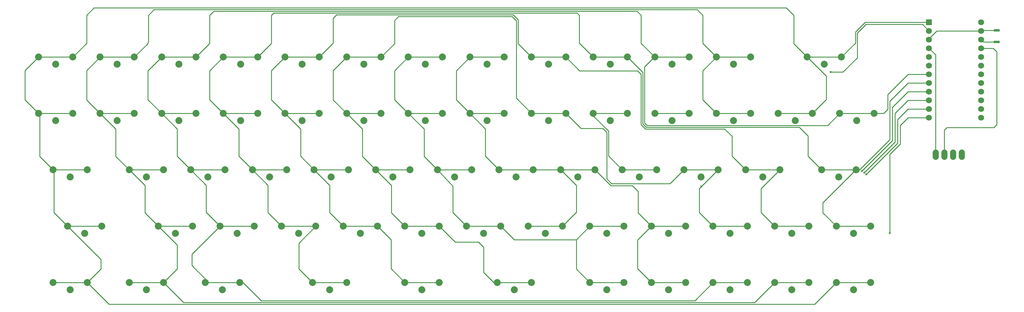
<source format=gtl>
G04 Layer: TopLayer*
G04 EasyEDA v6.5.1, 2022-08-22 11:36:35*
G04 479a10040a424d6084b7507f6101f796,d603b60474844c32a05bd641800ef4e1,10*
G04 Gerber Generator version 0.2*
G04 Scale: 100 percent, Rotated: No, Reflected: No *
G04 Dimensions in millimeters *
G04 leading zeros omitted , absolute positions ,4 integer and 5 decimal *
%FSLAX45Y45*%
%MOMM*%

%ADD10C,0.2540*%
%ADD11C,0.6100*%
%ADD12C,0.6096*%
%ADD13R,1.7000X0.8000*%
%ADD14C,2.0320*%
%ADD15C,1.7526*%
%ADD16R,1.7526X1.7526*%
%ADD17C,1.7780*%

%LPD*%
D10*
X24434800Y8280400D02*
G01*
X24790400Y8280400D01*
X25209500Y8699500D01*
X25209500Y9423400D01*
X25463500Y9677400D01*
X27114500Y9677400D01*
X27305000Y9486900D01*
X1724990Y5419979D02*
G01*
X1333500Y5811469D01*
X1333500Y7036460D01*
X1299997Y7069962D01*
X3099993Y7069962D02*
G01*
X3556000Y6616700D01*
X3556000Y5813958D01*
X3949979Y5419979D01*
X4899990Y7069962D02*
G01*
X5346700Y6616700D01*
X5346700Y5823280D01*
X5750001Y5419979D01*
X6699986Y7069962D02*
G01*
X7150100Y6616700D01*
X7150100Y5819876D01*
X7549997Y5419979D01*
X8499983Y7069962D02*
G01*
X8953500Y6616700D01*
X8953500Y5816472D01*
X9349993Y5419979D01*
X10299979Y7069962D02*
G01*
X10756900Y6616700D01*
X10756900Y5813044D01*
X11150091Y5420105D01*
X12099975Y7069962D02*
G01*
X12560300Y6616700D01*
X12560300Y5809742D01*
X12949936Y5420105D01*
X13899972Y7069962D02*
G01*
X14351000Y6616700D01*
X14351000Y5818962D01*
X14749983Y5419979D01*
X2149983Y3769969D02*
G01*
X1752600Y4167352D01*
X1752600Y5392369D01*
X1724990Y5419979D01*
X2724988Y5419979D02*
G01*
X1724990Y5419979D01*
X3949979Y5419979D02*
G01*
X4406900Y4965700D01*
X4406900Y4163060D01*
X4799990Y3769969D01*
X5750001Y5419979D02*
G01*
X6197600Y4965700D01*
X6197600Y4172457D01*
X6599936Y3769868D01*
X7549997Y5419979D02*
G01*
X8001000Y4965700D01*
X8001000Y4168952D01*
X8399983Y3769969D01*
X11150091Y5420105D02*
G01*
X11607800Y4965700D01*
X11607800Y4162044D01*
X11999975Y3769868D01*
X9349993Y5420105D02*
G01*
X9804400Y4965700D01*
X9804400Y4165600D01*
X10199877Y3769868D01*
X12949936Y5420105D02*
G01*
X13398500Y4936489D01*
X13398500Y4171442D01*
X13800074Y3769868D01*
X22800056Y2119884D02*
G01*
X22216872Y1536700D01*
X5533390Y1536700D01*
X4949952Y2119884D01*
X24599900Y2119884D02*
G01*
X23965916Y1485900D01*
X3359150Y1485900D01*
X2724911Y2119884D01*
X16549966Y5419979D02*
G01*
X17549964Y5419979D01*
X22949966Y5419979D02*
G01*
X22402800Y4872812D01*
X22402800Y4167123D01*
X22799954Y3769969D01*
X18399963Y2119985D02*
G01*
X17399965Y2119985D01*
X17400016Y3769868D02*
G01*
X17005300Y3375405D01*
X17005300Y2514600D01*
X17400016Y2119884D01*
X14799970Y3769969D02*
G01*
X15194534Y3375405D01*
X17005300Y3375405D01*
X5899911Y8720074D02*
G01*
X6299200Y9119108D01*
X6299200Y9944100D01*
X6413500Y10058400D01*
X18783300Y10058400D01*
X18897600Y9944100D01*
X18897600Y9122410D01*
X19299936Y8720074D01*
X24174950Y5419979D02*
G01*
X25174950Y5419979D01*
X27292300Y9245600D02*
G01*
X27533600Y9486900D01*
X28829000Y9486900D01*
X24749968Y8719969D02*
G01*
X25158700Y9128706D01*
X25158700Y9461500D01*
X25438100Y9740900D01*
X27305000Y9740900D01*
X11299952Y8720074D02*
G01*
X11696700Y9116821D01*
X11696700Y9791700D01*
X11811000Y9906000D01*
X15125700Y9906000D01*
X15252700Y9779000D01*
X15252700Y7517129D01*
X15699993Y7069836D01*
X21099957Y8719972D02*
G01*
X20701000Y8321014D01*
X20701000Y7468920D01*
X21099957Y7069962D01*
X23750016Y8720074D02*
G01*
X24307800Y8162036D01*
X24307800Y7477760D01*
X23899875Y7069836D01*
X9499981Y8719972D02*
G01*
X9906000Y9125991D01*
X9906000Y9855200D01*
X10007600Y9956800D01*
X15163800Y9956800D01*
X15303500Y9817100D01*
X15303500Y9116440D01*
X15699968Y8719972D01*
X7700009Y8720074D02*
G01*
X8102600Y9122663D01*
X8102600Y9944100D01*
X8166100Y10007600D01*
X17030700Y10007600D01*
X17094200Y9944100D01*
X17094200Y9125712D01*
X17500091Y8720074D01*
X4100068Y8720074D02*
G01*
X4495800Y9115805D01*
X4495800Y9144000D01*
X4508500Y9156700D01*
X4508500Y9944100D01*
X4673600Y10109200D01*
X20535900Y10109200D01*
X20701000Y9944100D01*
X20701000Y9118854D01*
X21100034Y8720074D01*
X2299970Y8720074D02*
G01*
X2705100Y9125204D01*
X2705100Y9944100D01*
X2921000Y10160000D01*
X23139400Y10160000D01*
X23355300Y9944100D01*
X23355300Y9114536D01*
X23750016Y8720074D01*
X21150072Y5420105D02*
G01*
X20660578Y4930612D01*
X20660578Y4930612D02*
G01*
X20599400Y4869434D01*
X20599400Y4170426D01*
X20999958Y3769868D01*
X19199859Y3769868D02*
G01*
X18796000Y3366007D01*
X18796000Y2523997D01*
X19199859Y2119884D01*
X16549877Y5420105D02*
G01*
X17005300Y4964684D01*
X17005300Y4175252D01*
X16599916Y3769868D01*
X15749981Y5419979D02*
G01*
X16549979Y5419979D01*
X13899972Y8719972D02*
G01*
X13500100Y8320100D01*
X13500100Y7469835D01*
X13899972Y7069962D01*
X12099975Y8719972D02*
G01*
X11696700Y8316696D01*
X11696700Y7473238D01*
X12099975Y7069962D01*
X10299979Y8719972D02*
G01*
X9906000Y8325993D01*
X9906000Y7463942D01*
X10299979Y7069962D01*
X11199977Y3769969D02*
G01*
X11595100Y3374847D01*
X11595100Y2524861D01*
X11999975Y2119985D01*
X8499983Y8719972D02*
G01*
X8102600Y8322589D01*
X8102600Y7467345D01*
X8499983Y7069962D01*
X9400031Y3769868D02*
G01*
X8902700Y3272789D01*
X8902700Y2517139D01*
X9299956Y2119884D01*
X6699986Y8719972D02*
G01*
X6299200Y8319185D01*
X6299200Y7470749D01*
X6699986Y7069962D01*
X4899990Y8719972D02*
G01*
X4495800Y8315782D01*
X4495800Y7474153D01*
X4899990Y7069962D01*
X4799990Y3769969D02*
G01*
X5346700Y3223260D01*
X5346700Y2516682D01*
X4950002Y2119985D01*
X3099993Y8719972D02*
G01*
X2705100Y8325078D01*
X2705100Y7464856D01*
X3099993Y7069962D01*
X1299997Y8719972D02*
G01*
X901700Y8321675D01*
X901700Y7468260D01*
X1299997Y7069962D01*
X11149977Y5419979D02*
G01*
X12149975Y5419979D01*
X4949990Y2119985D02*
G01*
X3949992Y2119985D01*
X24599950Y3769982D02*
G01*
X25599948Y3769982D01*
X24599950Y2119985D02*
G01*
X25599948Y2119985D01*
X22799954Y3769982D02*
G01*
X23799952Y3769982D01*
X19299961Y7069975D02*
G01*
X20299959Y7069975D01*
X17499965Y7069975D02*
G01*
X18499963Y7069975D01*
X15699968Y7069975D02*
G01*
X16699966Y7069975D01*
X13899972Y7069975D02*
G01*
X14899970Y7069975D01*
X21099957Y7069975D02*
G01*
X22099955Y7069975D01*
X18349963Y5419979D02*
G01*
X19349961Y5419979D01*
X20149959Y5419979D02*
G01*
X21149957Y5419979D01*
X21949956Y5419979D02*
G01*
X22949954Y5419979D01*
X9349981Y5419979D02*
G01*
X10349979Y5419979D01*
X12949974Y5419979D02*
G01*
X13949972Y5419979D01*
X14749970Y5419979D02*
G01*
X15749968Y5419979D01*
X12099975Y7069975D02*
G01*
X13099973Y7069975D01*
X10299979Y7069975D02*
G01*
X11299977Y7069975D01*
X8499983Y7069975D02*
G01*
X9499981Y7069975D01*
X6699986Y7069975D02*
G01*
X7699984Y7069975D01*
X4899990Y7069975D02*
G01*
X5899988Y7069975D01*
X3099993Y7069975D02*
G01*
X4099991Y7069975D01*
X1299997Y7069975D02*
G01*
X2299995Y7069975D01*
X1724997Y5419979D02*
G01*
X2724995Y5419979D01*
X3949992Y5419979D02*
G01*
X4949990Y5419979D01*
X5749988Y5419979D02*
G01*
X6749986Y5419979D01*
X7549984Y5419979D02*
G01*
X8549982Y5419979D01*
X23749952Y8719972D02*
G01*
X24749950Y8719972D01*
X24699950Y7069975D02*
G01*
X25699948Y7069975D01*
X22899954Y7069975D02*
G01*
X23899952Y7069975D01*
X15699968Y8719972D02*
G01*
X16699966Y8719972D01*
X17499965Y8719972D02*
G01*
X18499963Y8719972D01*
X19299961Y8719972D02*
G01*
X20299959Y8719972D01*
X21099957Y8719972D02*
G01*
X22099955Y8719972D01*
X8499983Y8719972D02*
G01*
X9499981Y8719972D01*
X10299979Y8719972D02*
G01*
X11299977Y8719972D01*
X12099975Y8719972D02*
G01*
X13099973Y8719972D01*
X13899972Y8719972D02*
G01*
X14899970Y8719972D01*
X1299997Y8719972D02*
G01*
X2299995Y8719972D01*
X3099993Y8719972D02*
G01*
X4099991Y8719972D01*
X4899990Y8719972D02*
G01*
X5899988Y8719972D01*
X6699986Y8719972D02*
G01*
X7699984Y8719972D01*
X28829000Y9486900D02*
G01*
X28846604Y9504504D01*
X29286200Y9504504D01*
X28829000Y9232900D02*
G01*
X28897404Y9164495D01*
X29286200Y9164495D01*
X23799952Y2119985D02*
G01*
X22799954Y2119985D01*
X20999958Y3769982D02*
G01*
X21999956Y3769982D01*
X21999956Y2119985D02*
G01*
X20999958Y2119985D01*
X20199959Y2119985D02*
G01*
X19199961Y2119985D01*
X19199961Y3769982D02*
G01*
X20199959Y3769982D01*
X17399965Y3769982D02*
G01*
X18399963Y3769982D01*
X16599966Y3769982D02*
G01*
X15599968Y3769982D01*
X13799972Y3769982D02*
G01*
X14799970Y3769982D01*
X12999974Y3769982D02*
G01*
X11999975Y3769982D01*
X11999975Y2119985D02*
G01*
X12999974Y2119985D01*
X11199977Y3769982D02*
G01*
X10199979Y3769982D01*
X10299979Y2119985D02*
G01*
X9299981Y2119985D01*
X9399981Y3769982D02*
G01*
X8399983Y3769982D01*
X7599984Y3769982D02*
G01*
X6599986Y3769982D01*
X7274986Y2119985D02*
G01*
X6274986Y2119985D01*
X5799988Y3769982D02*
G01*
X4799990Y3769982D01*
X3149993Y3769982D02*
G01*
X2149995Y3769982D01*
X2724995Y2119985D02*
G01*
X1724995Y2119985D01*
X25476200Y5283200D02*
G01*
X26390600Y6197600D01*
X26390600Y6896100D01*
X26695400Y7200900D01*
X27305000Y7200900D01*
X25349200Y5384800D02*
G01*
X26238200Y6273800D01*
X26238200Y7251700D01*
X26695400Y7708900D01*
X27305000Y7708900D01*
X26162000Y3568700D02*
G01*
X26162000Y5867400D01*
X26466800Y6172200D01*
X26466800Y6718300D01*
X26695400Y6946900D01*
X27305000Y6946900D01*
X16699991Y7069836D02*
G01*
X17140427Y6629400D01*
X17780000Y6629400D01*
X17894300Y6515100D01*
X17894300Y5156200D01*
X18034000Y5016500D01*
X19746468Y5016500D01*
X20150074Y5420105D01*
X25412700Y5334000D02*
G01*
X26314400Y6235700D01*
X26314400Y7073900D01*
X26695400Y7454900D01*
X27305000Y7454900D01*
X25174958Y5420103D02*
G01*
X25282786Y5420090D01*
X26162000Y6299083D01*
X26162000Y7429500D01*
X26695400Y7962900D01*
X27305000Y7962900D01*
X27305000Y8216900D02*
G01*
X26695400Y8216900D01*
X26098500Y7620000D01*
X26098500Y7188200D01*
X25980130Y7069838D01*
X25699976Y7069838D01*
X20999958Y2119884D02*
G01*
X20467574Y1587500D01*
X7807452Y1587500D01*
X7275068Y2119884D01*
X25174956Y5419979D02*
G01*
X25168479Y5419979D01*
X24206200Y4457700D01*
X24206200Y4163720D01*
X24599950Y3769969D01*
X18499963Y8719972D02*
G01*
X18948400Y8271535D01*
X18948400Y6769100D01*
X19050000Y6667500D01*
X23520400Y6667500D01*
X23774400Y6413500D01*
X23774400Y5820537D01*
X24174958Y5419979D01*
X19299936Y8720074D02*
G01*
X19286474Y8720074D01*
X18999200Y8432800D01*
X18999200Y6794500D01*
X19075400Y6718300D01*
X24348440Y6718300D01*
X24699975Y7069836D01*
X16699991Y8720074D02*
G01*
X17101566Y8318500D01*
X18796000Y8318500D01*
X18897600Y8216900D01*
X18897600Y6743700D01*
X19024600Y6616700D01*
X21336000Y6616700D01*
X21551900Y6400800D01*
X21551900Y5818123D01*
X21949918Y5420105D01*
X17549875Y5420105D02*
G01*
X18016981Y4953000D01*
X18643600Y4953000D01*
X18808700Y4787900D01*
X18808700Y4161281D01*
X19199859Y3769868D01*
X17500091Y7069836D02*
G01*
X17500091Y6998208D01*
X17945100Y6553200D01*
X17945100Y5824728D01*
X18349975Y5420105D01*
X28829000Y8978900D02*
G01*
X29184600Y8978900D01*
X29286200Y8877300D01*
X29286200Y6743700D01*
X29197300Y6654800D01*
X27825700Y6654800D01*
X27749500Y6578600D01*
X27751024Y5874004D01*
X27496998Y5873902D02*
G01*
X27496998Y8786901D01*
X27305000Y8978900D01*
X6599936Y3769868D02*
G01*
X5778500Y2948431D01*
X5778500Y2616454D01*
X6275070Y2119884D01*
X2150109Y3769868D02*
G01*
X3124200Y2794000D01*
X3124200Y2519171D01*
X2724911Y2119884D01*
X15595600Y2120900D02*
G01*
X14595602Y2120900D01*
X12999974Y3769868D02*
G01*
X13467841Y3302000D01*
X14147800Y3302000D01*
X14300200Y3149600D01*
X14300200Y2413000D01*
X14593316Y2119884D01*
X14800072Y2119884D01*
D13*
G01*
X29286200Y9504502D03*
G01*
X29286200Y9164497D03*
D14*
G01*
X19799960Y8509990D03*
G01*
X19299961Y8719972D03*
G01*
X20299959Y8719972D03*
G01*
X3599992Y8509990D03*
G01*
X3099993Y8719972D03*
G01*
X4099991Y8719972D03*
G01*
X5399989Y8509990D03*
G01*
X4899990Y8719972D03*
G01*
X5899988Y8719972D03*
G01*
X7199985Y8509990D03*
G01*
X6699986Y8719972D03*
G01*
X7699984Y8719972D03*
G01*
X8999981Y8509990D03*
G01*
X8499983Y8719972D03*
G01*
X9499981Y8719972D03*
G01*
X12599974Y8509990D03*
G01*
X12099975Y8719972D03*
G01*
X13099973Y8719972D03*
G01*
X14399971Y8509990D03*
G01*
X13899972Y8719972D03*
G01*
X14899970Y8719972D03*
G01*
X16199967Y8509990D03*
G01*
X15699968Y8719972D03*
G01*
X16699966Y8719972D03*
G01*
X17999963Y8509990D03*
G01*
X17499965Y8719972D03*
G01*
X18499963Y8719972D03*
G01*
X22449967Y5209997D03*
G01*
X21949968Y5419979D03*
G01*
X22949966Y5419979D03*
G01*
X17899964Y3559987D03*
G01*
X17399965Y3769969D03*
G01*
X18399963Y3769969D03*
G01*
X21599956Y8509990D03*
G01*
X21099957Y8719972D03*
G01*
X22099955Y8719972D03*
G01*
X19699960Y3559987D03*
G01*
X19199961Y3769969D03*
G01*
X20199959Y3769969D03*
G01*
X21499956Y3559987D03*
G01*
X20999958Y3769969D03*
G01*
X21999956Y3769969D03*
G01*
X20649971Y5209997D03*
G01*
X20149972Y5419979D03*
G01*
X21149970Y5419979D03*
G01*
X4450003Y5209997D03*
G01*
X3949979Y5419979D03*
G01*
X4950002Y5419979D03*
G01*
X6675018Y1910003D03*
G01*
X6175019Y2119985D03*
G01*
X7175017Y2119985D03*
G01*
X17899964Y1910003D03*
G01*
X17399965Y2119985D03*
G01*
X18399963Y2119985D03*
G01*
X12499975Y3559987D03*
G01*
X11999975Y3769969D03*
G01*
X12999974Y3769969D03*
G01*
X24249964Y8509990D03*
G01*
X23749965Y8719972D03*
G01*
X24749963Y8719972D03*
G01*
X8899982Y3559987D03*
G01*
X8399983Y3769969D03*
G01*
X9399981Y3769969D03*
G01*
X2224989Y5209997D03*
G01*
X1724990Y5419979D03*
G01*
X2724988Y5419979D03*
G01*
X2224989Y1910003D03*
G01*
X1724990Y2119985D03*
G01*
X2724988Y2119985D03*
G01*
X19699960Y1910003D03*
G01*
X19199961Y2119985D03*
G01*
X20199959Y2119985D03*
G01*
X8049996Y5209997D03*
G01*
X7549997Y5419979D03*
G01*
X8549995Y5419979D03*
G01*
X23299953Y1910003D03*
G01*
X22799954Y2119985D03*
G01*
X23799952Y2119985D03*
G01*
X7199985Y6859981D03*
G01*
X6699986Y7069962D03*
G01*
X7699984Y7069962D03*
G01*
X24674956Y5209997D03*
G01*
X24174958Y5419979D03*
G01*
X25174956Y5419979D03*
G01*
X1799996Y8509990D03*
G01*
X1299997Y8719972D03*
G01*
X2299995Y8719972D03*
G01*
X9849993Y5209997D03*
G01*
X9349993Y5419979D03*
G01*
X10349991Y5419979D03*
G01*
X12499975Y1910003D03*
G01*
X11999975Y2119985D03*
G01*
X12999974Y2119985D03*
G01*
X11649989Y5209997D03*
G01*
X11149990Y5419979D03*
G01*
X12149988Y5419979D03*
G01*
X13449985Y5209997D03*
G01*
X12949986Y5419979D03*
G01*
X13949984Y5419979D03*
G01*
X16199967Y6859981D03*
G01*
X15699968Y7069962D03*
G01*
X16699966Y7069962D03*
G01*
X15249982Y5209997D03*
G01*
X14749983Y5419979D03*
G01*
X15749981Y5419979D03*
G01*
X17049978Y5209997D03*
G01*
X16549979Y5419979D03*
G01*
X17549977Y5419979D03*
G01*
X18849975Y5209997D03*
G01*
X18349975Y5419979D03*
G01*
X19349974Y5419979D03*
G01*
X21499956Y1910003D03*
G01*
X20999958Y2119985D03*
G01*
X21999956Y2119985D03*
G01*
X16099967Y3559987D03*
G01*
X15599968Y3769969D03*
G01*
X16599966Y3769969D03*
G01*
X14299971Y3559987D03*
G01*
X13799972Y3769969D03*
G01*
X14799970Y3769969D03*
G01*
X17999963Y6859981D03*
G01*
X17499965Y7069962D03*
G01*
X18499963Y7069962D03*
G01*
X19799960Y6859981D03*
G01*
X19299961Y7069962D03*
G01*
X20299959Y7069962D03*
G01*
X3599992Y6859981D03*
G01*
X3099993Y7069962D03*
G01*
X4099991Y7069962D03*
G01*
X8999981Y6859981D03*
G01*
X8499983Y7069962D03*
G01*
X9499981Y7069962D03*
G01*
X25099949Y1910003D03*
G01*
X24599950Y2119985D03*
G01*
X25599948Y2119985D03*
G01*
X6250000Y5209997D03*
G01*
X5750001Y5419979D03*
G01*
X6749999Y5419979D03*
G01*
X2650007Y3559987D03*
G01*
X2149983Y3769969D03*
G01*
X3150006Y3769969D03*
G01*
X25099949Y3559987D03*
G01*
X24599950Y3769969D03*
G01*
X25599948Y3769969D03*
G01*
X9799980Y1910003D03*
G01*
X9299981Y2119985D03*
G01*
X10299979Y2119985D03*
G01*
X15199969Y1910003D03*
G01*
X14699970Y2119985D03*
G01*
X15699968Y2119985D03*
G01*
X10799978Y6859981D03*
G01*
X10299979Y7069962D03*
G01*
X11299977Y7069962D03*
G01*
X1799996Y6859981D03*
G01*
X1299997Y7069962D03*
G01*
X2299995Y7069962D03*
G01*
X14399971Y6859981D03*
G01*
X13899972Y7069962D03*
G01*
X14899970Y7069962D03*
G01*
X23299953Y3559987D03*
G01*
X22799954Y3769969D03*
G01*
X23799952Y3769969D03*
G01*
X10699978Y3559987D03*
G01*
X10199979Y3769969D03*
G01*
X11199977Y3769969D03*
G01*
X5399989Y6859981D03*
G01*
X4899990Y7069962D03*
G01*
X5899988Y7069962D03*
G01*
X4450003Y1910003D03*
G01*
X3949979Y2119985D03*
G01*
X4950002Y2119985D03*
G01*
X7099985Y3559987D03*
G01*
X6599986Y3769969D03*
G01*
X7599984Y3769969D03*
G01*
X5299989Y3559987D03*
G01*
X4799990Y3769969D03*
G01*
X5799988Y3769969D03*
G01*
X12599974Y6859981D03*
G01*
X12099975Y7069962D03*
G01*
X13099973Y7069962D03*
G01*
X25199949Y6859981D03*
G01*
X24699950Y7069962D03*
G01*
X25699948Y7069962D03*
G01*
X21599956Y6859981D03*
G01*
X21099957Y7069962D03*
G01*
X22099955Y7069962D03*
G01*
X23399953Y6859981D03*
G01*
X22899954Y7069962D03*
G01*
X23899952Y7069962D03*
G01*
X10799978Y8509990D03*
G01*
X10299979Y8719972D03*
G01*
X11299977Y8719972D03*
D15*
G01*
X28829000Y9740900D03*
G01*
X27305000Y6946900D03*
G01*
X28829000Y9486900D03*
G01*
X28829000Y9232900D03*
G01*
X28829000Y8978900D03*
G01*
X28829000Y8724900D03*
G01*
X28829000Y8470900D03*
G01*
X28829000Y8216900D03*
G01*
X28829000Y7962900D03*
G01*
X28829000Y7708900D03*
G01*
X28829000Y7454900D03*
G01*
X28829000Y7200900D03*
G01*
X28829000Y6946900D03*
G01*
X27305000Y7200900D03*
G01*
X27305000Y7454900D03*
G01*
X27305000Y7708900D03*
G01*
X27305000Y7962900D03*
G01*
X27305000Y8216900D03*
G01*
X27305000Y8470900D03*
G01*
X27305000Y8724900D03*
G01*
X27305000Y8978900D03*
G01*
X27305000Y9232900D03*
G01*
X27305000Y9486900D03*
D16*
G01*
X27305000Y9740900D03*
D11*
G01*
X24434800Y8280400D03*
D12*
G01*
X20660588Y4930622D03*
D11*
G01*
X25349200Y5384800D03*
G01*
X25412700Y5334000D03*
D12*
G01*
X25476200Y5283200D03*
G01*
X26162000Y3568700D03*
D17*
X27495500Y5806300D02*
G01*
X27495500Y5928499D01*
X27749500Y5806300D02*
G01*
X27749500Y5928499D01*
X28003500Y5806300D02*
G01*
X28003500Y5928499D01*
X28257500Y5806300D02*
G01*
X28257500Y5928499D01*
M02*

</source>
